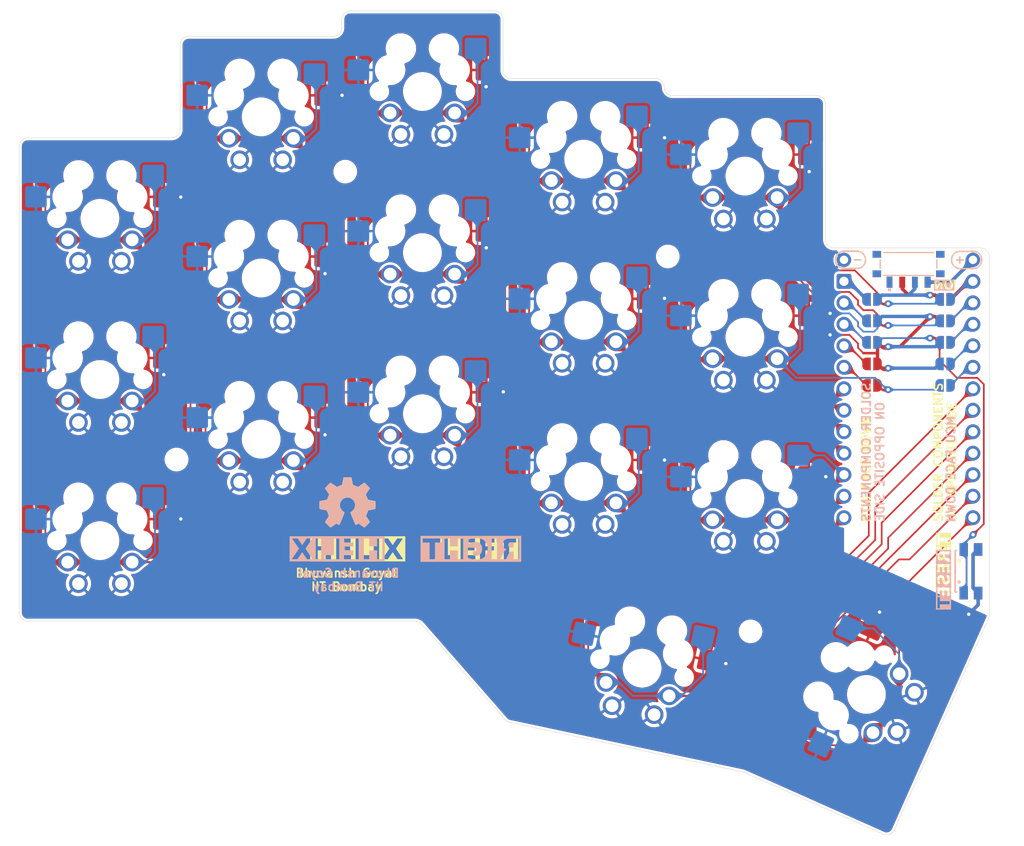
<source format=kicad_pcb>
(kicad_pcb (version 20241229) (generator "pcbnew") (generator_version "9.0")
  (layers (0 "F.Cu" signal) (2 "B.Cu" signal) (13 "F.Paste" user) (15 "B.Paste" user) (5 "F.SilkS" user "F.Silkscreen") (7 "B.SilkS" user "B.Silkscreen") (1 "F.Mask" user) (3 "B.Mask" user) (25 "Edge.Cuts" user))
  (net 0 "")
  (net 1 "SW1")
  (net 2 "GND")
  (net 3 "SW2")
  (net 4 "SW3")
  (net 5 "SW4")
  (net 6 "SW5")
  (net 7 "SW6")
  (net 8 "SW7")
  (net 9 "SW8")
  (net 10 "SW9")
  (net 11 "SW10")
  (net 12 "SW11")
  (net 13 "SW12")
  (net 14 "SW13")
  (net 15 "SW14")
  (net 16 "SW15")
  (net 17 "SW16")
  (net 18 "SW17")
  (net 19 "B+")
  (net 20 "RST")
  (net 21 "1")
  (net 22 "24")
  (net 23 "Net-(SW18-Pad3)")
  (net 26 "23")
  (net 27 "2")
  (net 28 "3")
  (net 29 "22")
  (net 30 "4")
  (net 32 "21")
  (net 33 "5")
  (net 35 "20")
  (footprint "footprints:MX_Reversible_Optional_1u" (layer "F.Cu") (at 38.1 90.805)
    (property "Reference" "SW11")
    (property "Value" "SW_Push_45deg")
  )
  (footprint "footprints:Test_Point" (layer "F.Cu") (at 141.24375 57.6125)
    (property "Reference" "TP2")
    (property "Value" "TestPoint_Small")
  )
  (footprint "footprints:Solder_Jumper" (layer "F.Cu") (at 129.31775 67.3735 180)
    (property "Reference" "JP9")
    (property "Value" "SolderJumper_2_Open")
  )
  (footprint "footprints:Solder_Jumper" (layer "F.Cu") (at 137.95375 67.3735)
    (property "Reference" "JP11")
    (property "Value" "SolderJumper_2_Open")
  )
  (footprint "footprints:Solder_Jumper" (layer "F.Cu") (at 137.95375 64.8335)
    (property "Reference" "JP5")
    (property "Value" "SolderJumper_2_Open")
  )
  (footprint "footprints:4363X10458XX" (layer "F.Cu") (at 141.00175 94.4245 90)
    (property "Reference" "S2")
    (property "Value" "436331045822")
  )
  (footprint "footprints:MX_Reversible_Optional_1u" (layer "F.Cu") (at 38.1 71.755)
    (property "Reference" "SW6")
    (property "Value" "SW_Push_45deg")
  )
  (footprint "footprints:Solder_Jumper" (layer "F.Cu") (at 137.95375 62.2935)
    (property "Reference" "JP3")
    (property "Value" "SolderJumper_2_Open")
  )
  (footprint "footprints:MX_Reversible_Optional_1u" (layer "F.Cu") (at 114.3 47.705)
    (property "Reference" "SW5")
    (property "Value" "SW_Push_45deg")
  )
  (footprint "footprints:MX_Reversible_Optional_1u" (layer "F.Cu") (at 76.2 37.705)
    (property "Reference" "SW3")
    (property "Value" "SW_Push_45deg")
  )
  (footprint "MountingHole:MountingHole_2.2mm_M2" (layer "F.Cu") (at 105.18775 57.2135)
    (property "Reference" "H3")
    (property "Value" "MountingHole")
  )
  (footprint "footprints:MX_Reversible_Optional_1u" (layer "F.Cu") (at 38.1 52.705)
    (property "Reference" "SW1")
    (property "Value" "SW_Push_45deg")
  )
  (footprint "footprints:Solder_Jumper" (layer "F.Cu") (at 129.31775 69.9135 180)
    (property "Reference" "JP13")
    (property "Value" "SolderJumper_2_Open")
  )
  (footprint "footprints:Nice_Nano_V2" (layer "F.Cu") (at 133.62375 73.8425)
    (property "Reference" "U1" (hide yes))
    (property "Value" "Nice_Nano_V2" (hide yes))
  )
  (footprint "Symbol:OSHW-Symbol_6.7x6mm_SilkScreen" (layer "F.Cu") (at 67.34175 86.2965)
    (property "Reference" "REF**" (hide yes))
    (property "Value" "OSHW-Symbol_6.7x6mm_SilkScreen" (hide yes))
  )
  (footprint "footprints:Solder_Jumper" (layer "F.Cu") (at 129.31775 64.8335 180)
    (property "Reference" "JP7")
    (property "Value" "SolderJumper_2_Open")
  )
  (footprint "footprints:MX_Reversible_Optional_1u" (layer "F.Cu") (at 114.3 66.755)
    (property "Reference" "SW10")
    (property "Value" "SW_Push_45deg")
  )
  (footprint "MountingHole:MountingHole_2.2mm_M2" (layer "F.Cu") (at 67.08775 47.1805)
    (property "Reference" "H2")
    (property "Value" "MountingHole")
  )
  (footprint "footprints:MX_Reversible_Optional_1.5u" (layer "F.Cu") (at 102.149749 105.87975 -12)
    (property "Reference" "SW16")
    (property "Value" "SW_Push_45deg")
  )
  (footprint "footprints:MX_Reversible_Optional_1u" (layer "F.Cu") (at 57.15 78.805)
    (property "Reference" "SW12")
    (property "Value" "SW_Push_45deg")
  )
  (footprint "MountingHole:MountingHole_2.2mm_M2" (layer "F.Cu") (at 114.96675 101.5365)
    (property "Reference" "H4")
    (property "Value" "MountingHole")
  )
  (footprint "footprints:MX_Reversible_Optional_1u" (layer "F.Cu") (at 76.2 75.805)
    (property "Reference" "SW13")
    (property "Value" "SW_Push_45deg")
  )
  (footprint "footprints:SW_MLL1200S" (layer "F.Cu") (at 133.63575 58.1025 180)
    (property "Reference" "SW19")
    (property "Value" "MLL1200S")
  )
  (footprint "footprints:MX_Reversible_Optional_1u" (layer "F.Cu") (at 95.25 64.755)
    (property "Reference" "SW9")
    (property "Value" "SW_Push_45deg")
  )
  (footprint "footprints:MX_Reversible_Optional_1u" (layer "F.Cu") (at 95.25 45.705)
    (property "Reference" "SW4")
    (property "Value" "SW_Push_45deg")
  )
  (footprint "footprints:Test_Point" (layer "F.Cu") (at 126.00375 57.6125)
    (property "Reference" "TP1")
    (property "Value" "TestPoint_Small")
  )
  (footprint "footprints:Solder_Jumper" (layer "F.Cu") (at 129.31775 72.4535 180)
    (property "Reference" "JP17")
    (property "Value" "SolderJumper_2_Open")
  )
  (footprint "footprints:MX_Reversible_Optional_1u" (layer "F.Cu") (at 114.3 85.805)
    (property "Reference" "SW15")
    (property "Value" "SW_Push_45deg")
  )
  (footprint "footprints:MX_Reversible_Optional_1u" (layer "F.Cu") (at 76.2 56.755)
    (property "Reference" "SW8")
    (property "Value" "SW_Push_45deg")
  )
  (footprint "footprints:MX_Reversible_Optional_1u" (layer "F.Cu") (at 57.15 59.755)
    (property "Reference" "SW7")
    (property "Value" "SW_Push_45deg")
  )
  (footprint "footprints:MX_Reversible_Optional_1u" (layer "F.Cu") (at 95.25 83.805)
    (property "Reference" "SW14")
    (property "Value" "SW_Push_45deg")
  )
  (footprint "MountingHole:MountingHole_2.2mm_M2" (layer "F.Cu") (at 47.14875 81.2165)
    (property "Reference" "H1")
    (property "Value" "MountingHole")
  )
  (footprint "footprints:Solder_Jumper" (layer "F.Cu") (at 129.31775 62.2935 180)
    (property "Reference" "JP1")
    (property "Value" "SolderJumper_2_Open")
  )
  (footprint "footprints:MX_Reversible_Optional_1u" (layer "F.Cu") (at 57.15 40.705)
    (property "Reference" "SW2")
    (property "Value" "SW_Push_45deg")
  )
  (footprint "footprints:MX_Reversible_Optional_1.5u" (layer "F.Cu") (at 128.657444 108.989031 66)
    (property "Reference" "SW17")
    (property "Value" "SW_Push_45deg")
  )
  (footprint "footprints:SW_MLL1200S" (layer "B.Cu") (at 133.63575 58.1025)
    (property "Reference" "SW18")
    (property "Value" "MLL1200S")
  )
  (footprint "footprints:Solder_Jumper" (layer "B.Cu") (at 129.31775 64.8335 180)
    (property "Reference" "JP8")
    (property "Value" "SolderJumper_2_Open")
  )
  (footprint "footprints:Solder_Jumper" (layer "B.Cu") (at 137.95375 64.8335)
    (property "Reference" "JP6")
    (property "Value" "SolderJumper_2_Open")
  )
  (footprint "footprints:Solder_Jumper" (layer "B.Cu") (at 137.95375 72.4535)
    (property "Reference" "JP20")
    (property "Value" "SolderJumper_2_Open")
  )
  (footprint "footprints:Solder_Jumper" (layer "B.Cu") (at 129.31775 67.3735 180)
    (property "Reference" "JP10")
    (property "Value" "SolderJumper_2_Open")
  )
  (footprint "footprints:4363X10458XX" (layer "B.Cu") (at 141.00175 94.4245 -90)
    (property "Reference" "S1")
    (property "Value" "436331045822")
  )
  (footprint "footprints:Solder_Jumper" (layer "B.Cu") (at 129.31775 62.2935 180)
    (property "Reference" "JP2")
    (property "Value" "SolderJumper_2_Open")
  )
  (footprint "footprints:Solder_Jumper" (layer "B.Cu") (at 137.95375 67.3735)
    (property "Reference" "JP12")
    (property "Value" "SolderJumper_2_Open")
  )
  (footprint "footprints:Solder_Jumper" (layer "B.Cu") (at 137.95375 62.2935)
    (property "Reference" "JP4")
    (property "Value" "SolderJumper_2_Open")
  )
  (footprint "footprints:Solder_Jumper" (layer "B.Cu") (at 137.95375 69.9135)
    (property "Reference" "JP16")
    (property "Value" "SolderJumper_2_Open")
  )
  (footprint "Symbol:OSHW-Symbol_6.7x6mm_SilkScreen" (layer "B.Cu") (at 67.34175 86.2965 180)
    (property "Reference" "REF**" (hide yes))
    (property "Value" "OSHW-Symbol_6.7x6mm_SilkScreen" (hide yes))
  )
  (gr_arc (start 139.71568 58.64443) (mid 139.008573 58.351537) (end 138.71568 57.64443) (stroke (width 0.16)) (layer "F.SilkS"))
  (gr_arc (start 128.55575 57.6205) (mid 128.262854 58.327589) (end 127.55575 58.6205) (stroke (width 0.16)) (layer "F.SilkS"))
  (gr_arc (start 125.99975 58.6205) (mid 125.292643 58.327607) (end 124.99975 57.6205) (stroke (width 0.16)) (layer "F.SilkS"))
  (gr_line (start 141.27168 58.64443) (end 139.71568 58.64443) (stroke (width 0.16)) (layer "F.SilkS"))
  (gr_arc (start 127.55575 56.5885) (mid 128.262889 56.881376) (end 128.55575 57.5885) (stroke (width 0.16)) (layer "F.SilkS"))
  (gr_line (start 124.99975 57.6205) (end 124.99975 57.5885) (stroke (width 0.1)) (layer "F.SilkS"))
  (gr_line (start 138.71568 57.64443) (end 138.71568 57.61243) (stroke (width 0.1)) (layer "F.SilkS"))
  (gr_line (start 128.55575 57.5885) (end 128.55575 57.6205) (stroke (width 0.1)) (layer "F.SilkS"))
  (gr_line (start 142.27168 57.61243) (end 142.27168 57.64443) (stroke (width 0.1)) (layer "F.SilkS"))
  (gr_arc (start 124.99975 57.5885) (mid 125.292643 56.881393) (end 125.99975 56.5885) (stroke (width 0.16)) (layer "F.SilkS"))
  (gr_arc (start 141.27168 56.61243) (mid 141.978811 56.905299) (end 142.27168 57.61243) (stroke (width 0.16)) (layer "F.SilkS"))
  (gr_arc (start 138.71568 57.61243) (mid 139.008573 56.905323) (end 139.71568 56.61243) (stroke (width 0.16)) (layer "F.SilkS"))
  (gr_line (start 139.71568 56.61243) (end 141.27168 56.61243) (stroke (width 0.16)) (layer "F.SilkS"))
  (gr_line (start 127.55575 58.6205) (end 125.99975 58.6205) (stroke (width 0.16)) (layer "F.SilkS"))
  (gr_line (start 125.99975 56.5885) (end 127.55575 56.5885) (stroke (width 0.16)) (layer "F.SilkS"))
  (gr_arc (start 142.27168 57.64443) (mid 141.978777 58.351527) (end 141.27168 58.64443) (stroke (width 0.16)) (layer "F.SilkS"))
  (gr_line (start 142.271834 57.642584) (end 142.271834 57.610584) (stroke (width 0.1)) (layer "B.SilkS"))
  (gr_line (start 138.715834 57.610584) (end 138.715834 57.642584) (stroke (width 0.1)) (layer "B.SilkS"))
  (gr_arc (start 141.271834 56.610584) (mid 141.978931 56.903487) (end 142.271834 57.610584) (stroke (width 0.16)) (layer "B.SilkS"))
  (gr_line (start 124.99975 57.5945) (end 124.99975 57.6265) (stroke (width 0.1)) (layer "B.SilkS"))
  (gr_arc (start 139.715834 58.642584) (mid 139.008727 58.349691) (end 138.715834 57.642584) (stroke (width 0.16)) (layer "B.SilkS"))
  (gr_line (start 139.715834 58.642584) (end 141.271834 58.642584) (stroke (width 0.16)) (layer "B.SilkS"))
  (gr_arc (start 124.99975 57.5945) (mid 125.292643 56.887393) (end 125.99975 56.5945) (stroke (width 0.16)) (layer "B.SilkS"))
  (gr_arc (start 127.55575 56.5945) (mid 128.262847 56.887403) (end 128.55575 57.5945) (stroke (width 0.16)) (layer "B.SilkS"))
  (gr_arc (start 142.271834 57.642584) (mid 141.978965 58.349715) (end 141.271834 58.642584) (stroke (width 0.16)) (layer "B.SilkS"))
  (gr_arc (start 128.55575 57.6265) (mid 128.26288 58.33363) (end 127.55575 58.6265) (stroke (width 0.16)) (layer "B.SilkS"))
  (gr_arc (start 125.99975 58.6265) (mid 125.292643 58.333607) (end 124.99975 57.6265) (stroke (width 0.16)) (layer "B.SilkS"))
  (gr_line (start 141.271834 56.610584) (end 139.715834 56.610584) (stroke (width 0.16)) (layer "B.SilkS"))
  (gr_line (start 125.99975 58.6265) (end 127.55575 58.6265) (stroke (width 0.16)) (layer "B.SilkS"))
  (gr_line (start 128.55575 57.6265) (end 128.55575 57.5945) (stroke (width 0.1)) (layer "B.SilkS"))
  (gr_line (start 127.55575 56.5945) (end 125.99975 56.5945) (stroke (width 0.16)) (layer "B.SilkS"))
  (gr_arc (start 138.715834 57.610584) (mid 139.008727 56.903477) (end 139.715834 56.610584) (stroke (width 0.16)) (layer "B.SilkS"))
  (gr_arc (start 84.725 28.18) (mid 85.432107 28.472893) (end 85.725 29.18) (stroke (width 0.05)) (layer "Edge.Cuts"))
  (gr_line (start 47.575 42.18) (end 47.575 32.18) (stroke (width 0.05)) (layer "Edge.Cuts"))
  (gr_line (start 104.775 37.18) (end 104.775 37.195871) (stroke (width 0.05)) (layer "Edge.Cuts"))
  (gr_arc (start 103.775 36.18) (mid 104.482107 36.472893) (end 104.775 37.18) (stroke (width 0.05)) (layer "Edge.Cuts"))
  (gr_arc (start 114.041867 118.145293) (mid 114.142975 118.172378) (end 114.240692 118.209895) (stroke (width 0.05)) (layer "Edge.Cuts"))
  (gr_line (start 123.825 39.18088) (end 123.825 55.1975) (stroke (width 0.05)) (layer "Edge.Cuts"))
  (gr_arc (start 75.340078 100.33) (mid 75.753496 100.419449) (end 76.092939 100.67182) (stroke (width 0.05)) (layer "Edge.Cuts"))
  (gr_line (start 28.575 44.18) (end 28.575 99.33) (stroke (width 0.05)) (layer "Edge.Cuts"))
  (gr_line (start 48.575 31.18) (end 65.675 31.18) (stroke (width 0.05)) (layer "Edge.Cuts"))
  (gr_arc (start 47.575 32.18) (mid 47.867893 31.472893) (end 48.575 31.18) (stroke (width 0.05)) (layer "Edge.Cuts"))
  (gr_arc (start 47.575 42.18) (mid 47.282107 42.887107) (end 46.575 43.18) (stroke (width 0.05)) (layer "Edge.Cuts"))
  (gr_arc (start 66.675 30.18) (mid 66.382107 30.887107) (end 65.675 31.18) (stroke (width 0.05)) (layer "Edge.Cuts"))
  (gr_arc (start 142.170214 56.1975) (mid 142.877312 56.490398) (end 143.170214 57.1975) (stroke (width 0.05)) (layer "Edge.Cuts"))
  (gr_line (start 130.634169 125.508741) (end 114.240692 118.209895) (stroke (width 0.05)) (layer "Edge.Cuts"))
  (gr_line (start 143.170214 99.59836) (end 143.170214 57.1975) (stroke (width 0.05)) (layer "Edge.Cuts"))
  (gr_line (start 105.775879 38.195871) (end 122.824121 38.18088) (stroke (width 0.05)) (layer "Edge.Cuts"))
  (gr_arc (start 29.575 100.33) (mid 28.867893 100.037107) (end 28.575 99.33) (stroke (width 0.05)) (layer "Edge.Cuts"))
  (gr_arc (start 124.825 56.1975) (mid 124.117893 55.904607) (end 123.825 55.1975) (stroke (width 0.05)) (layer "Edge.Cuts"))
  (gr_line (start 29.575 100.33) (end 75.340078 100.33) (stroke (width 0.05)) (layer "Edge.Cuts"))
  (gr_arc (start 86.51986 112.295308) (mid 86.221446 112.179503) (end 85.974911 111.975341) (stroke (width 0.05)) (layer "Edge.Cuts"))
  (gr_arc (start 28.575 44.18) (mid 28.867893 43.472893) (end 29.575 43.18) (stroke (width 0.05)) (layer "Edge.Cuts"))
  (gr_line (start 143.08376 100.005097) (end 131.954452 125.001933) (stroke (width 0.05)) (layer "Edge.Cuts"))
  (gr_arc (start 86.725 36.18) (mid 86.017893 35.887107) (end 85.725 35.18) (stroke (width 0.05)) (layer "Edge.Cuts"))
  (gr_arc (start 66.675 29.18) (mid 66.967893 28.472893) (end 67.675 28.18) (stroke (width 0.05)) (layer "Edge.Cuts"))
  (gr_line (start 86.725 36.18) (end 103.775 36.18) (stroke (width 0.05)) (layer "Edge.Cuts"))
  (gr_line (start 114.041867 118.145293) (end 86.51986 112.295308) (stroke (width 0.05)) (layer "Edge.Cuts"))
  (gr_line (start 85.974911 111.975341) (end 76.092939 100.67182) (stroke (width 0.05)) (layer "Edge.Cuts"))
  (gr_arc (start 131.954452 125.001933) (mid 131.399274 125.528783) (end 130.634169 125.508741) (stroke (width 0.05)) (layer "Edge.Cuts"))
  (gr_line (start 85.725 29.18) (end 85.725 35.18) (stroke (width 0.05)) (layer "Edge.Cuts"))
  (gr_line (start 142.170214 56.1975) (end 124.825 56.1975) (stroke (width 0.05)) (layer "Edge.Cuts"))
  (gr_arc (start 105.775879 38.195871) (mid 105.068214 37.903287) (end 104.775 37.195871) (stroke (width 0.05)) (layer "Edge.Cuts"))
  (gr_arc (start 143.170214 99.59836) (mid 143.148362 99.806272) (end 143.08376 100.005097) (stroke (width 0.05)) (layer "Edge.Cuts"))
  (gr_line (start 67.675 28.18) (end 84.725 28.18) (stroke (width 0.05)) (layer "Edge.Cuts"))
  (gr_arc (start 122.824121 38.18088) (mid 123.531803 38.473461) (end 123.825 39.18088) (stroke (width 0.05)) (layer "Edge.Cuts"))
  (gr_line (start 66.675 30.18) (end 66.675 29.18) (stroke (width 0.05)) (layer "Edge.Cuts"))
  (gr_line (start 29.575 43.18) (end 46.575 43.18) (stroke (width 0.05)) (layer "Edge.Cuts"))
  (gr_text "Bhuvansh Goyal\nIIT Bombay" (at 67.21475 96.8375 0) (layer "F.SilkS") (effects (font (size 1 1) (thickness 0.2) (bold yes)) (justify bottom)))
  (gr_text "LEFT" (at 78.26375 93.4085 0) (layer "F.SilkS" knockout) (effects (font (size 2.4 2.4) (thickness 0.2) (bold yes)) (justify left bottom)))
  (gr_text "+" (at 138.96968 58.15243 0) (layer "F.SilkS") (effects (font (size 1 1) (thickness 0.16)) (justify left bottom)))
  (gr_text "RESET" (at 138.71575 96.9645 90) (layer "F.SilkS" knockout) (effects (font (size 1.4 1.4) (thickness 0.3) (bold yes)) (justify left bottom)))
  (gr_text "SOLDER COMPONENTS\nON OPPOSITE SIDE" (at 139.35075 88.7095 90) (layer "F.SilkS") (effects (font (size 1 1) (thickness 0.2)) (justify left bottom)))
  (gr_text "-" (at 126.90475 58.1125 0) (layer "F.SilkS") (effects (font (size 1 1) (thickness 0.16)) (justify left bottom)))
  (gr_text "MCU FACE DOWN" (at 129.19075 82.3595 90) (layer "F.SilkS") (effects (font (size 1 1) (thickness 0.2)) (justify bottom)))
  (gr_text "HELIX" (at 62.89675 93.4085 0) (layer "F.SilkS" knockout) (effects (font (size 2.4 2.4) (thickness 0.2) (bold yes)) (justify left bottom)))
  (gr_text "ON" (at 136.81075 61.2775 0) (layer "F.SilkS" knockout) (effects (font (size 1 1) (thickness 0.175) (bold yes)) (justify left bottom)))
  (gr_text "RIGHT" (at 87.91575 93.4085 0) (layer "B.SilkS" knockout) (effects (font (size 2.4 2.4) (thickness 0.2) (bold yes)) (justify left bottom mirror)))
  (gr_text "+" (at 138.969834 57.118584 180) (layer "B.SilkS") (effects (font (size 1 1) (thickness 0.16)) (justify left bottom mirror)))
  (gr_text "SOLDER COMPONENTS\nON OPPOSITE SIDE" (at 130.84175 88.7095 90) (layer "B.SilkS") (effects (font (size 1 1) (thickness 0.2)) (justify right bottom mirror)))
  (gr_text "RESET" (at 138.71575 91.8845 90) (layer "B.SilkS" knockout) (effects (font (size 1.4 1.4) (thickness 0.3) (bold yes)) (justify left bottom mirror)))
  (gr_text "MCU FACE DOWN" (at 139.22375 82.3595 90) (layer "B.SilkS") (effects (font (size 1 1) (thickness 0.2)) (justify bottom mirror)))
  (gr_text "ON" (at 138.96975 61.2775 0) (layer "B.SilkS" knockout) (effects (font (size 1 1) (thickness 0.175) (bold yes)) (justify left bottom mirror)))
  (gr_text "HELIX" (at 71.78675 93.4085 0) (layer "B.SilkS" knockout) (effects (font (size 2.4 2.4) (thickness 0.2) (bold yes)) (justify left bottom mirror)))
  (gr_text "-" (at 126.90475 57.1025 180) (layer "B.SilkS") (effects (font (size 1 1) (thickness 0.16)) (justify left bottom mirror)))
  (gr_text "Bhuvansh Goyal\nIIT Bombay" (at 67.46875 96.8375 0) (layer "B.SilkS") (effects (font (size 1 1) (thickness 0.2) (bold yes)) (justify bottom mirror)))
  (segment (start 34.289966 55.244958) (end 34.289977 55.244964) (width 0.2) (layer "F.Cu") (net 1))
  (segment (start 34.290019 55.244991) (end 34.290002 55.244985) (width 0.2) (layer "F.Cu") (net 1))
  (segment (start 34.290059 55.245) (end 34.290035 55.245004) (width 0.2) (layer "F.Cu") (net 1))
  (segment (start 130.460749 88.694248) (end 141.224 77.931) (width 0.2) (layer "F.Cu") (net 1))
  (segment (start 41.91 55.245) (end 34.290059 55.245) (width 0.2) (layer "F.Cu") (net 1))
  (segment (start 60.50026 96.091972) (end 125.60299 96.091984) (width 0.2) (layer "F.Cu") (net 1))
  (segment (start 31.654771 47.780259) (end 31.81 47.625) (width 0.2) (layer "F.Cu") (net 1))
  (segment (start 130.460705 91.234222) (end 125.60299 96.091984) (width 0.2) (layer "F.Cu") (net 1))
  (segment (start 34.289933 55.244936) (end 34.289954 55.244941) (width 0.2) (layer "F.Cu") (net 1))
  (segment (start 34.289986 55.244977) (end 34.290002 55.244985) (width 0.2) (layer "F.Cu") (net 1))
  (segment (start 32.734383 55.244947) (end 31.654763 54.165303) (width 0.2) (layer "F.Cu") (net 1))
  (segment (start 34.28988 55.244944) (end 34.289907 55.244947) (width 0.2) (layer "F.Cu") (net 1))
  (segment (start 34.28988 55.244944) (end 32.734383 55.244947) (width 0.2) (layer "F.Cu") (net 1))
  (segment (start 34.289966 55.244958) (end 34.289954 55.244941) (width 0.2) (layer "F.Cu") (net 1))
  (segment (start 48.799737 62.134754) (end 48.799752 84.391499) (width 0.2) (layer "F.Cu") (net 1))
  (segment (start 41.91 55.245) (end 48.799737 62.134754) (width 0.2) (layer "F.Cu") (net 1))
  (segment (start 34.290019 55.244991) (end 34.290035 55.245004) (width 0.2) (layer "F.Cu") (net 1))
  (segment (start 31.654763 54.165303) (end 31.654771 47.780259) (width 0.2) (layer "F.Cu") (net 1))
  (segment (start 60.50026 96.091972) (end 48.799752 84.391499) (width 0.2) (layer "F.Cu") (net 1))
  (segment (start 34.289933 55.244936) (end 34.289907 55.244947) (width 0.2) (layer "F.Cu") (net 1))
  (segment (start 34.289986 55.244977) (end 34.289977 55.244964) (width 0.2) (layer "F.Cu") (net 1))
  (segment (start 130.460705 91.234222) (end 130.460749 88.694248) (width 0.2) (layer "F.Cu") (net 1))
  (segment (start 44.608728 47.843759) (end 44.39 47.625) (width 0.2) (layer "B.Cu") (net 1))
  (segment (start 43.465654 55.245064) (end 44.608778 54.101965) (width 0.2) (layer "B.Cu") (net 1))
  (segment (start 44.608728 47.843759) (end 44.608778 54.101965) (width 0.2) (layer "B.Cu") (net 1))
  (segment (start 43.465654 55.245064) (end 41.91 55.245) (width 0.2) (layer "B.Cu") (net 1))
  (segment (start 137.30375 64.8335) (end 136.79575 64.3255) (width 0.4) (layer "F.Cu") (net 2))
  (segment (start 141.25575 92.4455) (end 141.25575 96.4035) (width 0.4) (layer "F.Cu") (net 2))
  (segment (start 127.666752 68.008499) (end 128.30176 68.643472) (width 0.2) (layer "F.Cu") (net 2))
  (segment (start 141.25575 96.4035) (end 141.85175 96.9995) (width 0.4) (layer "F.Cu") (net 2))
  (segment (start 141.85175 96.9995) (end 141.85175 98.4005) (width 0.4) (layer "F.Cu") (net 2))
  (segment (start 132.61975 67.8815) (end 131.22275 67.8815) (width 0.4) (layer "F.Cu") (net 2))
  (segment (start 141.85175 98.4005) (end 140.74775 99.5045) (width 0.4) (layer "F.Cu") (net 2))
  (segment (start 129.96775 67.3735) (end 130.47575 67.8815) (width 0.4) (layer "F.Cu") (net 2))
  (segment (start 141.85175 91.8495) (end 141.25575 92.4455) (width 0.4) (layer "F.Cu") (net 2))
  (segment (start 130.47575 67.8815) (end 131.22275 67.8815) (width 0.4) (layer "F.Cu") (net 2))
  (segment (start 129.96775 67.3735) (end 129.96775 68.6435) (width 0.4) (layer "F.Cu") (net 2))
  (segment (start 136.79575 64.3255) (end 136.17575 64.3255) (width 0.4) (layer "F.Cu") (net 2))
  (segment (start 124.36475 66.484527) (end 126.650738 66.484527) (width 0.2) (layer "F.Cu") (net 2))
  (segment (start 128.30176 68.643472) (end 129.967722 68.643472) (width 0.3) (layer "F.Cu") (net 2))
  (segment (start 130.47575 70.4215) (end 131.22275 70.4215) (width 0.4) (layer "F.Cu") (net 2))
  (segment (start 127.666751 67.500498) (end 127.666752 68.008499) (width 0.2) (layer "F.Cu") (net 2))
  (segment (start 136.17575 64.3255) (end 132.61975 67.8815) (width 0.4) (layer "F.Cu") (net 2))
  (segment (start 129.96775 68.6435) (end 129.96775 69.9135) (width 0.4) (layer "F.Cu") (net 2))
  (segment (start 126.650738 66.484527) (end 127.666751 67.500498) (width 0.2) (layer "F.Cu") (net 2))
  (segment (start 129.96775 69.9135) (end 130.47575 70.4215) (width 0.4) (layer "F.Cu") (net 2))
  (via (at 124.36475 63.9445) (size 0.8) (drill 0.4) (layers "F.Cu" "B.Cu") (net 2))
  (via (at 83.7438 56.1975) (size 0.8) (drill 0.4) (layers "F.Cu" "B.Cu") (net 2))
  (via (at 85.75675 73.2155) (size 0.8) (drill 0.4) (layers "F.Cu" "B.Cu") (net 2))
  (via (at 123.85675 83.2485) (size 0.8) (drill 0.4) (layers "F.Cu" "B.Cu") (net 2))
  (via (at 121.8946 47.1805) (size 0.8) (drill 0.4) (layers "F.Cu" "B.Cu") (net 2))
  (via (at 131.22275 70.4215) (size 0.8) (drill 0.4) (layers "F.Cu" "B.Cu") (net 2))
  (via (at 64.6938 59.2455) (size 0.8) (drill 0.4) (layers "F.Cu" "B.Cu") (net 2))
  (via (at 83.72475 37.1475) (size 0.8) (drill 0.4) (layers "F.Cu" "B.Cu") (net 2))
  (via (at 140.74775 99.5045) (size 0.8) (drill 0.4) (layers "F.Cu" "B.Cu") (net 2))
  (via (at 136.17575 64.3255) (size 0.8) (drill 0.4) (layers "F.Cu" "B.Cu") (net 2))
  (via (at 47.65675 88.2396) (size 0.8) (drill 0.4) (layers "F.Cu" "B.Cu") (net 2))
  (via (at 66.70675 38.1635) (size 0.8) (drill 0.4) (layers "F.Cu" "B.Cu") (net 2))
  (via (at 130.20675 99.2505) (size 0.8) (drill 0.4) (layers "F.Cu" "B.Cu") (net 2))
  (via (at 124.36475 66.484527) (size 0.8) (drill 0.4) (layers "F.Cu" "B.Cu") (net 2))
  (via (at 45.6438 71.1835) (size 0.8) (drill 0.4) (layers "F.Cu" "B.Cu") (net 2))
  (via (at 47.65675 50.1904) (size 0.8) (drill 0.4) (layers "F.Cu" "B.Cu") (net 2))
  (via (at 131.22275 67.8815) (size 0.8) (drill 0.4) (layers "F.Cu" "B.Cu") (net 2))
  (via (at 112.04575 105.3465) (size 0.8) (drill 0.4) (layers "F.Cu" "B.Cu") (net 2))
  (via (at 104.80675 62.1665) (size 0.8) (drill 0.4) (layers "F.Cu" "B.Cu") (net 2))
  (via (at 104.80675 43.18) (size 0.8) (drill 0.4) (layers "F.Cu" "B.Cu") (net 2))
  (via (at 104.80675 81.28) (size 0.8) (drill 0.4) (layers "F.Cu" "B.Cu") (net 2))
  (via (at 64.6938 78.2955) (size 0.8) (drill 0.4) (layers "F.Cu" "B.Cu") (net 2))
  (segment (start 141.25575 96.4035) (end 141.85175 96.9995) (width 0.4) (layer "B.Cu") (net 2))
  (segment (start 141.85175 98.4005) (end 140.74775 99.5045) (width 0.4) (layer "B.Cu") (net 2))
  (segment (start 141.25575 92.4455) (end 141.25575 96.4035) (width 0.4) (layer "B.Cu") (net 2))
  (segment (start 127.666751 64.960498) (end 127.666752 65.468499) (width 0.2) (layer "B.Cu") (net 2))
  (segment (start 127.666752 65.468499) (end 128.30176 66.103472) (width 0.2) (layer "B.Cu") (net 2))
  (segment (start 137.30375 69.9135) (end 136.79575 70.4215) (width 0.4) (layer "B.Cu") (net 2))
  (segment (start 141.85175 96.9995) (end 141.85175 98.4005) (width 0.4) (layer "B.Cu") (net 2))
  (segment (start 136.79575 70.4215) (end 131.22275 70.4215) (width 0.4) (layer "B.Cu") (net 2))
  (segment (start 129.967748 65.707499) (end 129.967747 64.833499) (width 0.2) (layer "B.Cu") (net 2))
  (segment (start 128.30176 66.103472) (end 129.571738 66.103472) (width 0.2) (layer "B.Cu") (net 2))
  (segment (start 141.85175 91.8495) (end 141.25575 92.4455) (width 0.4) (layer "B.Cu") (net 2))
  (segment (start 136.150179 64.299929) (end 136.17575 64.3255) (width 0.4) (layer "B.Cu") (net 2))
  (segment (start 136.79575 67.8815) (end 137.30375 67.3735) (width 0.4) (layer "B.Cu") (net 2))
  (segment (start 129.571738 66.103472) (end 129.967748 65.707499) (width 0.2) (layer "B.Cu") (net 2))
  (segment (start 124.364777 63.944527) (end 126.650738 63.944527) (width 0.2) (layer "B.Cu") (net 2))
  (segment (start 130.501321 64.299929) (end 136.150179 64.299929) (width 0.4) (layer "B.Cu") (net 2))
  (segment (start 131.22275 67.8815) (end 136.79575 67.8815) (width 0.4) (layer "B.Cu") (net 2))
  (segment (start 124.36475 63.9445) (end 124.364777 63.944527) (width 0.2) (layer "B.Cu") (net 2))
  (segment (start 126.650738 63.944527) (end 127.666751 64.960498) (width 0.2) (layer "B.Cu") (net 2))
  (segment (start 130.501321 64.299929) (end 129.96775 64.8335) (width 0.4) (layer "B.Cu") (net 2))
  (segment (start 51.784363 43.245) (end 51.784364 43.245) (width 0.2) (layer "F.Cu") (net 3))
  (segment (start 72.262985 64.469023) (end 66.929004 59.134989) (width 0.2) (layer "F.Cu") (net 3))
  (segment (start 51.784363 43.245) (end 51.784364 43.245) (width 0.2) (layer "F.Cu") (net 3))
  (segment (start 50.704747 42.165389) (end 51.784356 43.244995) (width 0.2) (layer "F.Cu") (net 3))
  (segment (start 51.784363 43.245001) (end 51.784364 43.245) (width 0.2) (layer "F.Cu") (net 3))
  (segment (start 51.784363 43.245001) (end 51.784364 43.245) (width 0.2) (layer "F.Cu") (net 3))
  (segment (start 51.784363 43.245001) (end 51.784356 43.244999) (width 0.2) (layer "F.Cu") (net 3))
  (segment (start 51.784363 43.245001) (end 51.784357 43.244999) (width 0.2) (layer "F.Cu") (net 3))
  (segment (start 66.929004 59.134989) (end 66.929026 49.387873) (width 0.2) (layer "F.Cu") (net 3))
  (segment (start 50.704747 42.165389) (end 50.704771 35.780259) (width 0.2) (layer "F.Cu") (net 3))
  (segment (start 51.784366 43.245) (end 51.784364 43.245) (width 0.2) (layer "F.Cu") (net 3))
  (segment (start 51.784363 43.245001) (end 51.784364 43.245) (width 0.2) (layer "F.Cu") (net 3))
  (segment (start 51.784363 43.245001) (end 51.784364 43.245) (width 0.2) (layer "F.Cu") (net 3))
  (segment (start 51.784363 43.245001) (end 51.784364 43.245) (width 0.2) (layer "F.Cu") (net 3))
  (segment (start 51.784358 43.244997) (end 51.784363 43.244999) (width 0.2) (layer "F.Cu") (net 3))
  (segment (start 51.784364 43.245001) (end 51.784357 43.244999) (width 0.2) (layer "F.Cu") (net 3))
  (segment (start 51.784363 43.245001) (end 51.784364 43.245001) (width 0.2) (layer "F.Cu") (net 3))
  (segment (start 50.704771 35.780259) (end 50.86 35.625) (width 0.2) (layer "F.Cu") (net 3))
  (segment (start 82.105491 64.469007) (end 94.043486 76.407027) (width 0.2) (layer "F.Cu") (net 3))
  (segment (start 51.784362 43.244999) (end 53.34 43.245) (width 0.2) (layer "F.Cu") (net 3))
  (segment (start 60.960037 43.244962) (end 60.960016 43.418868) (width 0.2) (layer "F.Cu") (net 3))
  (segment (start 51.784363 43.245) (end 51.784363 43.245001) (width 0.2) (layer "F.Cu") (net 3))
  (segment (start 51.784366 43.245) (end 51.784364 43.245001) (width 0.2) (layer "F.Cu") (net 3))
  (segment (start 51.784357 43.244996) (end 51.784363 43.244999) (width 0.2) (layer "F.Cu") (net 3))
  (segment (start 72.262985 64.469023) (end 82.105491 64.469007) (width 0.2) (layer "F.Cu") (net 3))
  (segment (start 51.784363 43.245) (end 51.784364 43.245) (width 0.2) (layer "F.Cu") (net 3))
  (segment (start 51.784363 43.244998) (end 51.784364 43.245001) (width 0.2) (layer "F.Cu") (net 3))
  (segment (start 60.960037 43.244962) (end 53.34 43.245) (width 0.2) (layer "F.Cu") (net 3))
  (segment (start 51.784363 43.245) (end 51.784364 43.245) (width 0.2) (layer "F.Cu") (net 3))
  (segment (start 51.784363 43.245001) (end 51.784364 43.245) (width 0.2) (layer "F.Cu") (net 3))
  (segment (start 51.784356 43.244995) (end 51.784363 43.244998) (width 0.2) (layer "F.Cu") (net 3))
  (segment (start 121.919982 76.407018) (end 94.043486 76.407027) (width 0.2) (layer "F.Cu") (net 3))
  (segment (start 51.784363 43.245001) (end 51.784364 43.245) (width 0.2) (layer "F.Cu") (net 3))
  (segment (start 121.919982 76.407018) (end 125.984 80.471) (width 0.2) (layer "F.Cu") (net 3))
  (segment (start 51.784358 43.244997) (end 51.784358 43.244999) (width 0.2) (layer "F.Cu") (net 3))
  (segment (start 51.784366 43.245) (end 51.784358 43.244999) (width 0.2) (layer "F.Cu") (net 3))
  (segment (start 60.960016 43.418868) (end 66.929026 49.387873) (width 0.2) (layer "F.Cu") (net 3))
  (segment (start 51.784363 43.245001) (end 51.784364 43.245001) (width 0.2) (layer "F.Cu") (net 3))
  (segment (start 51.784364 43.245) (end 51.784356 43.244999) (width 0.2) (layer "F.Cu") (net 3))
  (segment (start 63.658735 35.843756) (end 63.44 35.625) (width 0.2) (layer "B.Cu") (net 3))
  (segment (start 63.658767 42.10196) (end 63.658735 35.843756) (width 0.2) (layer "B.Cu") (net 3))
  (segment (start 62.515654 43.245064) (end 60.96 43.245) (width 0.2) (layer "B.Cu") (net 3))
  (segment (start 63.658767 42.10196) (end 62.515654 43.245064) (width 0.2) (layer "B.Cu") (net 3))
  (segment (start 70.83436 40.245006) (end 72.389936 40.245027) (width 0.2) (layer "F.Cu") (net 4))
  (segment (start 72.389983 40.245028) (end 72.389991 40.245017) (width 0.2) (layer "F.Cu") (net 4))
  (segment (start 72.389936 40.245027) (end 72.389967 40.245028) (width 0.2) (layer "F.Cu") (net 4))
  (segment (start 72.390002 40.245029) (end 72.389991 40.245018) (width 0.2) (layer "F.Cu") (net 4))
  (segment (start 72.389983 40.245028) (end 72.389967 40.245028) (width 0.2) (layer "F.Cu") (net 4))
  (segment (start 94.633664 74.883039) (end 85.979028 66.228291) (width 0.2) (layer "F.Cu") (net 4))
  (segment (start 72.390019 40.245022) (end 72.390011 40.245028) (width 0.2) (layer "F.Cu") (net 4))
  (segment (start 94.633664 74.883039) (end 125.476004 74.882983) (width 0.2) (layer "F.Cu") (net 4))
  (segment (start 85.979025 46.213984) (end 80.01 40.245) (width 0.2) (layer "F.Cu") (net 4))
  (segment (start 85.979028 66.228291) (end 85.979025 46.213984) (width 0.2) (layer "F.Cu") (net 4))
  (segment (start 125.476004 74.882983) (end 125.984 75.391) (width 0.2) (layer "F.Cu") (net 4))
  (segment (start 72.390041 40.245) (end 80.01 40.245) (width 0.2) (layer "F.Cu") (net 4))
  (segment (start 69.754771 32.780259) (end 69.91 32.625) (width 0.2) (layer "F.Cu") (net 4))
  (segment (start 69.754775 39.165415) (end 69.754771 32.780259) (width 0.2) (layer "F.Cu") (net 4))
  (segment (start 72.390002 40.245029) (end 72.390011 40.245028) (width 0.2) (layer "F.Cu") (net 4))
  (segment (start 69.754775 39.165415) (end 70.83436 40.245006) (width 0.2) (layer "F.Cu") (net 4))
  (segment (start 72.389991 40.245018) (end 72.389991 40.245017) (width 0.2) (layer "F.Cu") (net 4))
  (segment (start 72.390041 40.245) (end 72.390041 40.245018) (width 0.2) (layer "F.Cu") (net 4))
  (segment (start 72.390019 40.245022) (end 72.390041 40.245018) (width 0.2) (layer "F.Cu") (net 4))
  (segment (start 82.708741 39.101912) (end 82.708735 32.843756) (width 0.2) (layer "B.Cu") (net 4))
  (segment (start 82.708741 39.101912) (end 81.653918 40.156726) (width 0.2) (layer "B.Cu") (net 4))
  (segment (start 80.098277 40.156732) (end 80.01 40.245) (width 0.2) (layer "B.Cu") (net 4))
  (segment (start 82.708735 32.843756) (end 82.49 32.625) (width 0.2) (layer "B.Cu") (net 4))
  (segment (start 80.098277 40.156732) (end 81.653918 40.156726) (width 0.2) (layer "B.Cu") (net 4))
  (segment (start 89.88436 48.245006) (end 91.439936 48.245027) (width 0.2) (layer "F.Cu") (net 5))
  (segment (start 88.804775 47.165415) (end 88.804771 40.780259) (width 0.2) (layer "F.Cu") (net 5))
  (segment (start 88.804771 40.780259) (end 88.96 40.625) (width 0.2) (layer "F.Cu") (net 5))
  (segment (start 131.222739 65.36706) (end 130.501324 65.36706) (width 0.2) (layer "F.Cu") (net 5))
  (segment (start 128.30176 63.563472) (end 127.666752 62.928499) (width 0.2) (layer "F.Cu") (net 5))
  (segment (start 91.440019 48.245022) (end 91.440041 48.245018) (width 0.2) (layer "F.Cu") (net 5))
  (segment (start 129.967751 64.078498) (end 129.452738 63.563527) (width 0.2) (layer "F.Cu") (net 5))
  (segment (start 91.440002 48.245029) (end 91.440011 48.245028) (width 0.2) (layer "F.Cu") (net 5))
  (segment (start 99.06 48.245) (end 91.440041 48.245) (width 0.2) (layer "F.Cu") (net 5))
  (segment (start 91.439991 48.245018) (end 91.439989 48.245016) (width 0.2) (layer "F.Cu") (net 5))
  (segment (start 88.804775 47.165415) (end 89.88436 48.245006) (width 0.2) (layer "F.Cu") (net 5))
  (segment (start 91.439936 48.245027) (end 91.439975 48.245028) (width 0.2) (layer "F.Cu") (net 5))
  (segment (start 91.440019 48.245022) (end 91.440011 48.245028) (width 0.2) (layer "F.Cu") (net 5))
  (segment (start 107.647504 56.832487) (end 99.06 48.245) (width 0.2) (layer "F.Cu") (net 5))
  (segment (start 122.20576 61.404472) (end 117.633738 56.832527) (width 0.2) (layer "F.Cu") (net 5))
  (segment (start 130.501324 65.36706) (end 129.967752 64.833499) (width 0.2) (layer "F.Cu") (net 5))
  (segment (start 91.439986 48.245014) (end 91.439989 48.245016) (width 0.2) (layer "F.Cu") (net 5))
  (segment (start 127.666752 62.928499) (end 127.666751 62.420498) (width 0.2) (layer "F.Cu") (net 5))
  (segment (start 117.633738 56.832527) (end 107.647504 56.832487) (width 0.2) (layer "F.Cu") (net 5))
  (segment (start 91.439975 48.245028) (end 91.439987 48.245014) (width 0.2) (layer "F.Cu") (net 5))
  (segment (start 131.22275 65.367071) (end 131.222739 65.36706) (width 0.2) (layer "F.Cu") (net 5))
  (segment (start 91.440007 48.245019) (end 91.440002 48.245029) (width 0.2) (layer "F.Cu") (net 5))
  (segment (start 91.440041 48.245) (end 91.440041 48.245018) (width 0.2) (layer "F.Cu") (net 5))
  (segment (start 126.650738 61.404527) (end 122.20576 61.404472) (width 0.2) (layer "F.Cu") (net 5))
  (segment (start 129.452738 63.563527) (end 128.30176 63.563472) (width 0.2) (layer "F.Cu") (net 5))
  (segment (start 127.666751 62.420498) (end 126.650738 61.404527) (width 0.2) (layer "F.Cu") (net 5))
  (segment (start 129.967752 64.833499) (end 129.967751 64.078498) (width 0.2) (layer "F.Cu") (net 5))
  (via (at 131.22275 65.367071) (size 0.8) (drill 0.4) (layers "F.Cu" "B.Cu") (net 5))
  (segment (start 99.060081 48.244939) (end 99.060101 48.244939) (width 0.2) (layer "B.Cu") (net 5))
  (segment (start 99.060046 48.244953) (end 99.060064 48.244945) (width 0.2) (layer "B.Cu") (net 5))
  (segment (start 99.060046 48.244953) (end 99.06 48.245) (width 0.2) (layer "B.Cu") (net 5))
  (segment (start 136.770174 65.36706) (end 137.30375 64.8335) (width 0.2) (layer "B.Cu") (net 5))
  (segment (start 131.222761 65.36706) (end 136.770174 65.36706) (width 0.2) (layer "B.Cu") (net 5))
  (segment (start 101.758735 40.843756) (end 101.54 40.625) (width 0.2) (layer "B.Cu") (net 5))
  (segment (start 131.22275 65.367071) (end 131.222761 65.36706) (width 0.2) (layer "B.Cu") (net 5))
  (segment (start 101.758755 47.101784) (end 101.758735 40.843756) (width 0.2) (layer "B.Cu") (net 5))
  (segment (start 100.615602 48.244939) (end 101.758755 47.101784) (width 0.2) (layer "B.Cu") (net 5))
  (segment (start 99.060081 48.244939) (end 99.060064 48.244945) (width 0.2) (layer "B.Cu") (net 5))
  (segment (start 99.060082 48.244942) (end 100.615602 48.244939) (width 0.2) (layer "B.Cu") (net 5))
  (segment (start 118.522737 52.641487) (end 118.522737 50.657754) (width 0.2) (layer "F.Cu") (net 6))
  (segment (start 131.22275 62.8015) (end 130.47576 62.801472) (width 0.2) (layer "F.Cu") (net 6))
  (segment (start 124.745777 58.864527) (end 118.522737 52.641487) (width 0.2) (layer "F.Cu") (net 6))
  (segment (start 118.522737 50.657754) (end 118.109994 50.245013) (width 0.2) (layer "F.Cu") (net 6))
  (segment (start 110.49 50.245) (end 108.934332 50.244976) (width 0.2) (layer "F.Cu") (net 6))
  (segment (start 107.854775 49.165415) (end 108.934332 50.244976) (width 0.2) (layer "F.Cu") (net 6))
  (segment (start 118.109994 50.245013) (end 110.49 50.245) (width 0.2) (layer "F.Cu") (net 6))
  (segment (start 129.967751 61.538498) (end 127.293738 58.864527) (width 0.2) (layer "F.Cu") (net 6))
  (segment (start 129.967752 62.293499) (end 129.967751 61.538498) (width 0.2) (layer "F.Cu") (net 6))
  (segment (start 130.47576 62.801472) (end 129.967752 62.293499) (width 0.2) (layer "F.Cu") (net 6))
  (segment (start 107.854771 42.780259) (end 108.01 42.625) (width 0.2) (layer "F.Cu") (net 6))
  (segment (start 107.854771 42.780259) (end 107.854775 49.165415) (width 0.2) (layer "F.Cu") (net 6))
  (segment (start 127.293738 58.864527) (end 124.745777 58.864527) (width 0.2) (layer "F.Cu") (net 6))
  (via (at 131.22275 62.8015) (size 0.8) (drill 0.4) (layers "F.Cu" "B.Cu") (net 6))
  (segment (start 120.61335 42.64835) (end 120.68175 42.71675) (width 0.2) (layer "B.Cu") (net 6))
  (segment (start 136.795738 62.801472) (end 137.30375 62.2935) (width 0.2) (layer "B.Cu") (net 6))
  (segment (start 131.22275 62.8015) (end 136.795738 62.801472) (width 0.2) (layer "B.Cu") (net 6))
  (segment (start 120.808756 42.843748) (end 120.808747 49.101902) (width 0.2) (layer "B.Cu") (net 6))
  (segment (start 120.61335 42.64835) (end 120.636699 42.6717) (width 0.2) (layer "B.Cu") (net 6))
  (segment (start 120.61335 42.64835) (end 120.61335 42.64835) (width 0.2) (layer "B.Cu") (net 6))
  (segment (start 120.808756 42.843748) (end 120.625024 42.660025) (width 0.2) (layer "B.Cu") (net 6))
  (segment (start 119.665631 50.244992) (end 120.808747 49.101902) (width 0.2) (layer "B.Cu") (net 6))
  (segment (start 119.665631 50.244992) (end 118.11 50.245) (width 0.2) (layer "B.Cu") (net 6))
  (segment (start 131.222756 90.472254) (end 131.222784 91.742259) (width 0.2) (layer "F.Cu") (net 7))
  (segment (start 131.222756 90.472254) (end 141.224 80.471001) (width 0.2) (layer "F.Cu") (net 7))
  (segment (start 31.654771 66.830259) (end 31.81 66.675) (width 0.2) (layer "F.Cu") (net 7))
  (segment (start 32.73436 74.294999) (end 31.654747 73.215389) (width 0.2) (layer "F.Cu") (net 7))
  (segment (start 126.110993 96.853991) (end 131.222784 91.742259) (width 0.2) (layer "F.Cu") (net 7))
  (segment (start 32.73436 74.294999) (end 34.29 74.295) (width 0.2) (layer "F.Cu") (net 7))
  (segment (start 60.119255 96.854004) (end 45.497752 82.232499) (width 0.2) (layer "F.Cu") (net 7))
  (segment (start 31.654747 73.215389) (end 31.654771 66.830259) (width 0.2) (layer "F.Cu") (net 7))
  (segment (start 45.497737 77.882754) (end 41.91 74.295) (width 0.2) (layer "F.Cu") (net 7))
  (segment (start 45.497737 77.882754) (end 45.497752 82.232499) (width 0.2) (layer "F.Cu") (net 7))
  (segment (start 41.91 74.295) (end 34.29 74.295) (width 0.2) (layer "F.Cu") (net 7))
  (segment (start 126.110993 96.853991) (end 60.119255 96.854004) (width 0.2) (layer "F.Cu") (net 7))
  (segment (start 44.608735 66.893756) (end 44.39 66.675) (width 0.2) (layer "B.Cu") (net 7))
  (segment (start 44.608735 66.893756) (end 44.608768 73.151959) (width 0.2) (layer "B.Cu") (net 7))
  (segment (start 43.465653 74.295064) (end 41.91 74.295) (width 0.2) (layer "B.Cu") (net 7))
  (segment (start 43.465653 74.295064) (end 44.608768 73.151959) (width 0.2) (layer "B.Cu") (net 7))
  (segment (start 53.340002 62.295029) (end 53.340011 62.295028) (width 0.2) (layer "F.Cu") (net 8))
  (segment (start 128.936755 85.138252) (end 141.224 72.851) (width 0.2) (layer "F.Cu") (net 8))
  (segment (start 53.339983 62.295028) (end 53.339967 62.295028) (width 0.2) (layer "F.Cu") (net 8))
  (segment (start 66.929025 68.263984) (end 60.96 62.295) (width 0.2) (layer "F.Cu") (net 8))
  (segment (start 50.704771 54.830259) (end 50.86 54.675) (width 0.2) (layer "F.Cu") (net 8))
  (segment (start 66.929006 86.185989) (end 66.929025 68.263984) (width 0.2) (layer "F.Cu") (net 8))
  (segment (start 53.340041 62.295) (end 53.340041 62.295018) (width 0.2) (layer "F.Cu") (net 8))
  (segment (start 53.339983 62.295028) (end 53.339991 62.295017) (width 0.2) (layer "F.Cu") (net 8))
  (segment (start 53.340019 62.295022) (end 53.340041 62.295018) (width 0.2) (layer "F.Cu") (net 8))
  (segment (start 53.339991 62.295018) (end 53.339991 62.295017) (width 0.2) (layer "F.Cu") (net 8))
  (segment (start 53.339936 62.295027) (end 53.339967 62.295028) (width 0.2) (layer "F.Cu") (net 8))
  (segment (start 50.704774 61.215414) (end 50.704771 54.830259) (width 0.2) (layer "F.Cu") (net 8))
  (segment (start 50.704774 61.215414) (end 51.784361 62.295005) (width 0.2) (layer "F.Cu") (net 8))
  (segment (start 128.936755 85.138252) (end 128.936704 90.218219) (width 0.2) (layer "F.Cu") (net 8))
  (segment (start 53.340019 62.295022) (end 53.340011 62.295028) (width 0.2) (layer "F.Cu") (net 8))
  (segment (start 53.339936 62.295027) (end 51.784361 62.295005) (width 0.2) (layer "F.Cu") (net 8))
  (segment (start 124.586988 94.567983) (end 75.310986 94.568023) (width 0.2) (layer "F.Cu") (net 8))
  (segment (start 53.340002 62.295029) (end 53.339991 62.295018) (width 0.2) (layer "F.Cu") (net 8))
  (segment (start 75.310986 94.568023) (end 66.929006 86.185989) (width 0.2) (layer "F.Cu") (net 8))
  (segment (start 53.340041 62.295) (end 60.96 62.295) (width 0.2) (layer "F.Cu") (net 8))
  (segment (start 124.586988 94.567983) (end 128.936704 90.218219) (width 0.2) (layer "F.Cu") (net 8))
  (segment (start 63.658735 54.893756) (end 63.658768 61.151959) (width 0.2) (layer "B.Cu") (net 8))
  (segment (start 63.658735 54.893756) (end 63.44 54.675) (width 0.2) (layer "B.Cu") (net 8))
  (segment (start 62.515653 62.295064) (end 60.96 62.295) (width 0.2) (layer "B.Cu") (net 8))
  (segment (start 63.658768 61.151959) (end 62.515653 62.295064) (width 0.2) (layer "B.Cu") (net 8))
  (segment (start 94.360984 75.645025) (end 123.697995 75.644986) (width 0.2) (layer "F.Cu") (net 9))
  (segment (start 72.390019 59.295022) (end 72.390011 59.295028) (width 0.2) (layer "F.Cu") (net 9))
  (segment (start 69.754771 51.830259) (end 69.91 51.675) (width 0.2) (layer "F.Cu") (net 9))
  (segment (start 80.009999 59.295) (end 82.45475 61.739751) (width 0.2) (layer "F.Cu") (net 9))
  (segment (start 69.754771 51.830259) (end 69.754775 58.215415) (width 0.2) (layer "F.Cu") (net 9))
  (segment (start 72.389991 59.295018) (end 72.389989 59.295016) (width 0.2) (layer "F.Cu") (net 9))
  (segment (start 72.389967 59.295028) (end 72.389986 59.295013) (width 0.2) (layer "F.Cu") (net 9))
  (segment (start 72.389986 59.295014) (end 72.389989 59.295016) (width 0.2) (layer "F.Cu") (net 9))
  (segment (start 123.697995 75.644986) (end 125.984 77.931) (width 0.2) (layer "F.Cu") (net 9))
  (segment (start 82.45475 61.739751) (end 82.45475 63.738791) (width 0.2) (layer "F.Cu") (net 9))
  (segment (start 72.390002 59.295029) (end 72.390011 59.295028) (width 0.2) (layer "F.Cu") (net 9))
  (segment (start 72.390006 59.295018) (end 72.390002 59.295029) (width 0.2) (layer "F.Cu") (net 9))
  (segment (start 72.389936 59.295027) (end 72.389967 59.295028) (width 0.2) (layer "F.Cu") (net 9))
  (segment (start 72.390041 59.295) (end 80.01 59.295) (width 0.2) (layer "F.Cu") (net 9))
  (segment (start 72.390041 59.295) (end 72.390041 59.295018) (width 0.2) (layer "F.Cu") (net 9))
  (segment (start 72.390019 59.295022) (end 72.390041 59.295018) (width 0.2) (layer "F.Cu") (net 9))
  (segment (start 69.754775 58.215415) (end 70.83436 59.295006) (width 0.2) (layer "F.Cu") (net 9))
  (segment (start 82.45475 63.738791) (end 94.360984 75.645025) (width 0.2) (layer "F.Cu") (net 9))
  (segment (start 70.83436 59.295006) (end 72.389936 59.295027) (width 0.2) (layer "F.Cu") (net 9))
  (segment (start 81.565647 59.295046) (end 82.708742 58.151912) (width 0.2) (layer "B.Cu") (net 9))
  (segment (start 82.708735 51.893756) (end 82.708742 58.151912) (width 0.2) (layer "B.Cu") (net 9))
  (segment (start 80.010013 59.295013) (end 80.01 59.295) (width 0.2) (layer "B.Cu") (net 9))
  (segment (start 80.010062 59.295061) (end 80.010088 59.29505) (width 0.2) (layer "B.Cu") (net 9))
  (segment (start 80.010013 59.295013) (end 80.010025 59.295029) (width 0.2) (layer "B.Cu") (net 9))
  (segment (start 81.565647 59.295046) (end 80.010115 59.295052) (width 0.2) (layer "B.Cu") (net 9))
  (segment (start 80.010062 59.295061) (end 80.010043 59.29506) (width 0.2) (layer "B.Cu") (net 9))
  (segment (start 80.010033 59.295047) (end 80.010025 59.295029) (width 0.2) (layer "B.Cu") (net 9))
  (segment (start 80.010033 59.295047) (end 80.010043 59.29506) (width 0.2) (layer "B.Cu") (net 9))
  (segment (start 82.708735 51.893756) (end 82.49 51.675) (width 0.2) (layer "B.Cu") (net 9))
  (segment (start 80.010115 59.295052) (end 80.010088 59.29505) (width 0.2) (layer "B.Cu") (net 9))
  (segment (start 91.439986 67.295014) (end 91.439989 67.295016) (width 0.2) (layer "F.Cu") (net 10))
  (segment (start 88.804775 66.215415) (end 88.804771 59.830259) (width 0.2) (layer "F.Cu") (net 10))
  (segment (start 91.439975 67.295028) (end 91.439987 67.295014) (width 0.2) (layer "F.Cu") (net 10))
  (segment (start 91.440041 67.295) (end 99.06 67.295) (width 0.2) (layer "F.Cu") (net 10))
  (segment (start 91.440007 67.295019) (end 91.440002 67.295029) (width 0.2) (layer "F.Cu") (net 10))
  (segment (start 88.804771 59.830259) (end 88.96 59.675) (width 0.2) (layer "F.Cu") (net 10))
  (segment (start 91.440002 67.295029) (end 91.440011 67.295028) (width 0.2) (layer "F.Cu") (net 10))
  (segment (start 105.885984 74.121025) (end 99.06 67.295) (width 0.2) (layer "F.Cu") (net 10))
  (segment (start 89.88436 67.295006) (end 88.804775 66.215415) (width 0.2) (layer "F.Cu") (net 10))
  (segment (start 91.439936 67.295027) (end 91.439975 67.295028) (width 0.2) (layer "F.Cu") (net 10))
  (segment (start 124.735239 74.120994) (end 105.885984 74.121025) (width 0.2) (layer "F.Cu") (net 10))
  (segment (start 91.439936 67.295027) (end 89.88436 67.295006) (width 0.2) (layer "F.Cu") (net 10))
  (segment (start 91.439991 67.295018) (end 91.439989 67.295016) (width 0.2) (layer "F.Cu") (net 10))
  (segment (start 91.440041 67.295) (end 91.440041 67.295018) (width 0.2) (layer "F.Cu") (net 10))
  (segment (start 91.440019 67.295022) (end 91.440041 67.295018) (width 0.2) (layer "F.Cu") (net 10))
  (segment (start 91.440019 67.295022) (end 91.440011 67.295028) (width 0.2) (layer "F.Cu") (net 10))
  (segment (start 124.735239 74.120994) (end 126.00375 72.8525) (width 0.2) (layer "F.Cu") (net 10))
  (segment (start 99.060017 67.29499) (end 99.060015 67.294994) (width 0.2) (layer "B.Cu") (net 10))
  (segment (start 99.060017 67.29499) (end 99.060012 67.294994) (width 0.2) (layer "B.Cu") (net 10))
  (segment (start 99.060016 67.294995) (end 99.060015 67.294994) (width 0.2) (layer "B.Cu") (net 10))
  (segment (start 99.060019 67.29499) (end 99.060019 67.294992) (width 0.2) (layer "B.Cu") (net 10))
  (segment (start 99.060021 67.29499) (end 99.060021 67.294991) (width 0.2) (layer "B.Cu") (net 10))
  (segment (start 99.060016 67.294995) (end 99.060019 67.294992) (width 0.2) (layer "B.Cu") (net 10))
  (segment (start 99.060013 67.294995) (end 99.060021 67.294991) (width 0.2) (layer "B.Cu") (net 10))
  (segment (start 99.060017 67.29499) (end 99.060019 67.29499) (width 0.2) (layer "B.Cu") (net 10))
  (segment (start 101.758733 66.061429) (end 100.525191 67.294994) (width 0.2) (layer "B.Cu") (net 10))
  (segment (start 99.060013 67.294995) (end 99.060012 67.294994) (width 0.2) (layer "B.Cu") (net 10))
  (segment (start 99.060017 67.294992) (end 100.525191 67.294994) (width 0.2) (layer "B.Cu") (net 10))
  (segment (start 101.758733 66.061429) (end 101.758735 59.893756) (width 0.2) (layer "B.Cu") (net 10))
  (segment (start 101.758735 59.893756) (end 101.54 59.675) (width 0.2) (layer "B.Cu") (net 10))
  (segment (start 99.060013 67.294995) (end 99.06 67.295) (width 0.2) (layer "B.Cu") (net 10))
  (segment (start 110.490019 69.295022) (end 110.490041 69.295018) (width 0.2) (layer "F.Cu") (net 11))
  (segment (start 110.489983 69.295028) (end 110.489991 69.295017) (width 0.2) (layer "F.Cu") (net 11))
  (segment (start 107.854771 61.830259) (end 108.01 61.675) (width 0.2) (layer "F.Cu") (net 11))
  (segment (start 110.489991 69.295018) (end 110.489991 69.295017) (width 0.2) (layer "F.Cu") (net 11))
  (segment (start 131.22275 72.9615) (end 131.09575 72.9615) (width 0.2) (layer "F.Cu") (net 11))
  (segment (start 131.095722 72.961472) (end 130.47576 72.961472) (width 0.2) (layer "F.Cu") (net 11))
  (segment (start 110.490041 69.295) (end 110.490041 69.295018) (width 0.2) (layer "F.Cu") (net 11))
  (segment (start 108.701331 69.062005) (end 108.934357 69.295016) (width 0.2) (layer "F.Cu") (net 11))
  (segment (start 108.701331 69.062005) (end 107.854773 68.215413) (width 0.2) (layer "F.Cu") (net 11))
  (segment (start 110.490019 69.295022) (end 110.490011 69.295028) (width 0.2) (layer "F.Cu") (net 11))
  (segment (start 108.934357 69.295016) (end 110.489936 69.295027) (width 0.2) (layer "F.Cu") (net 11))
  (segment (start 130.47576 72.961472) (end 129.96775 72.4535) (width 0.2) (layer "F.Cu") (net 11))
  (segment (start 110.490041 69.295) (end 118.11 69.295) (width 0.2) (layer "F.Cu") (net 11))
  (segment (start 110.489983 69.295028) (end 110.489967 69.295028) (width 0.2) (layer "F.Cu") (net 11))
  (segment (start 110.489936 69.295027) (end 110.489967 69.295028) (width 0.2) (layer "F.Cu") (net 11))
  (segment (start 110.490002 69.295029) (end 110.490011 69.295028) (width 0.2) (layer "F.Cu") (net 11))
  (segment (start 131.09575 72.9615) (end 131.095722 72.961472) (width 0.2) (layer "F.Cu") (net 11))
  (segment (start 107.854773 68.215413) (end 107.854771 61.830259) (width 0.2) (layer "F.Cu") (net 11))
  (segment (start 110.490002 69.295029) (end 110.489991 69.295018) (width 0.2) (layer "F.Cu") (net 11))
  (via (at 131.22275 72.9615) (size 0.8) (drill 0.4) (layers "F.Cu" "B.Cu") (net 11))
  (segment (start 120.379504 71.564487) (end 118.11 69.295) (width 0.2) (layer "B.Cu") (net 11))
  (segment (start 120.808754 68.151886) (end 119.665633 69.294996) (width 0.2) (layer "B.Cu") (net 11))
  (segment (start 129.698738 71.564527) (end 120.379504 71.564487) (width 0.2) (layer "B.Cu") (net 11))
  (segment (start 119.665633 69.294996) (end 118.11 69.295) (width 0.2) (layer "B.Cu") (net 11))
  (segment (start 131.22275 72.9615) (end 131.095711 72.9615) (width 0.2) (layer "B.Cu") (net 11))
  (segment (start 131.222778 72.961472) (end 136.795738 72.961472) (width 0.2) (layer "B.Cu") (net 11))
  (segment (start 131.095711 72.9615) (end 129.698738 71.564527) (width 0.2) (layer "B.Cu") (net 11))
  (segment (start 120.808754 68.151886) (end 120.808735 61.893756) (width 0.2) (layer "B.Cu") (net 11))
  (segment (start 136.795738 72.961472) (end 137.30375 72.4535) (width 0.2) (layer "B.Cu") (net 11))
  (segment (start 131.22275 72.9615) (end 131.222778 72.961472) (width 0.2) (layer "B.Cu") (net 11))
  (segment (start 120.808735 61.893756) (end 120.59 61.675) (width 0.2) (layer "B.Cu") (net 11))
  (segment (start 55.300241 93.345027) (end 59.571259 97.616004) (width 0.2) (layer "F.Cu") (net 12))
  (segment (start 126.618993 97.61599) (end 141.224 83.011) (width 0.2) (layer "F.Cu") (net 12))
  (segment (start 55.340238 93.345027) (end 41.91 93.345) (width 0.2) (layer "F.Cu") (net 12))
  (segment (start 31.654775 92.265415) (end 32.73436 93.345006) (width 0.2) (layer "F.Cu") (net 12))
  (segment (start 126.618993 97.61599) (end 59.611256 97.616004) (width 0.2) (layer "F.Cu") (net 12))
  (segment (start 34.290019 93.345022) (end 34.290011 93.345028) (width 0.2) (layer "F.Cu") (net 12))
  (segment (start 34.289983 93.345028) (end 34.289991 93.345017) (width 0.2) (layer "F.Cu") (net 12))
  (segment (start 34.289936 93.345027) (end 34.289967 93.345028) (width 0.2) (layer "F.Cu") (net 12))
  (segment (start 34.289991 93.345018) (end 34.289991 93.345017) (width 0.2) (layer "F.Cu") (net 12))
  (segment (start 32.73436 93.345006) (end 34.289936 93.345027) (width 0.2) (layer "F.Cu") (net 12))
  (segment (start 31.654775 92.265415) (end 31.654771 85.880259) (width 0.2) (layer "F.Cu") (net 12))
  (segment (start 34.290041 93.345) (end 34.290041 93.345018) (width 0.2) (layer "F.Cu") (net 12))
  (segment (start 34.290002 93.345029) (end 34.290011 93.345028) (width 0.2) (layer "F.Cu") (net 12))
  (segment (start 34.290041 93.345) (end 41.91 93.345) (width 0.2) (layer "F.Cu") (net 12))
  (segment (start 34.290019 93.345022) (end 34.290041 93.345018) (width 0.2) (layer "F.Cu") (net 12))
  (segment (start 34.290002 93.345029) (end 34.289991 93.345018) (width 0.2) (layer "F.Cu") (net 12))
  (segment (start 34.289983 93.345028) (end 34.289967 93.345028) (width 0.2) (layer "F.Cu") (net 12))
  (segment (start 31.654771 85.880259) (end 31.81 85.725) (width 0.2) (layer "F.Cu") (net 12))
  (segment (start 43.465654 93.345064) (end 41.91 93.345) (width 0.2) (layer "B.Cu") (net 12))
  (segment (start 44.608767 92.20196) (end 43.465654 93.345064) (width 0.2) (layer "B.Cu") (net 12))
  (segment (start 44.608767 92.20196) (end 44.608735 85.943756) (width 0.2) (layer "B.Cu") (net 12))
  (segment (start 44.608735 85.943756) (end 44.39 85.725) (width 0.2) (layer "B.Cu") (net 12))
  (segment (start 125.09499 95.329984) (end 129.698706 90.72622) (width 0.2) (layer "F.Cu") (net 13))
  (segment (start 60.96 81.345) (end 74.944984 95.330025) (width 0.2) (layer "F.Cu") (net 13))
  (segment (start 53.339966 81.345) (end 53.339967 81.345013) (width 0.2) (layer "F.Cu") (net 13))
  (segment (start 53.340033 81.345) (end 53.34 81.34499) (width 0.2) (layer "F.Cu") (net 13))
  (segment (start 50.57772 80.138464) (end 51.784276 81.344994) (width 0.2) (layer "F.Cu") (net 13))
  (segment (start 53.339976 81.345023) (end 53.34 81.34499) (width 0.2) (layer "F.Cu") (net 13))
  (segment (start 53.339966 81.345) (end 53.340033 81.345) (width 0.2) (layer "F.Cu") (net 13))
  (segment (start 129.69875 86.91625) (end 129.698706 90.72622) (width 0.2) (layer "F.Cu") (net 13))
  (segment (start 53.339966 81.345) (end 51.784276 81.344994) (width 0.2) (layer "F.Cu") (net 13))
  (segment (start 50.577772 74.007259) (end 50.57772 80.138464) (width 0.2) (layer "F.Cu") (net 13))
  (segment (start 125.09499 95.329984) (end 74.944984 95.330025) (width 0.2) (layer "F.Cu") (net 13))
  (segment (start 53.339976 81.345023) (end 53.339967 81.345013) (width 0.2) (layer "F.Cu") (net 13))
  (segment (start 50.577772 74.007259) (end 50.86 73.725) (width 0.2) (layer "F.Cu") (net 13))
  (segment (start 129.69875 86.91625) (end 141.224001 75.391) (width 0.2) (layer "F.Cu") (net 13))
  (segment (start 60.96 81.345) (end 53.340033 81.345) (width 0.2) (layer "F.Cu") (net 13))
  (segment (start 53.339976 81.345023) (end 53.339953 81.345047) (width 0.2) (layer "F.Cu") (net 13))
  (segment (start 63.658767 80.20196) (end 62.515654 81.345064) (width 0.2) (layer "B.Cu") (net 13))
  (segment (start 63.658735 73.943756) (end 63.44 73.725) (width 0.2) (layer "B.Cu") (net 13))
  (segment (start 63.658767 80.20196) (end 63.658735 73.943756) (width 0.2) (layer "B.Cu") (net 13))
  (segment (start 62.515654 81.345064) (end 60.96 81.345) (width 0.2) (layer "B.Cu") (net 13))
  (segment (start 120.268993 93.80599) (end 125.984 88.091001) (width 0.2) (layer "F.Cu") (net 14))
  (segment (start 69.754771 70.880259) (end 69.754775 77.265415) (width 0.2) (layer "F.Cu") (net 14))
  (segment (start 72.389986 78.345014) (end 72.389989 78.345016) (width 0.2) (layer "F.Cu") (net 14))
  (segment (start 72.389991 78.345018) (end 72.389989 78.345016) (width 0.2) (layer "F.Cu") (net 14))
  (segment (start 72.390002 78.345029) (end 72.390007 78.345019) (width 0.2) (layer "F.Cu") (net 14))
  (segment (start 72.389975 78.345028) (end 72.389987 78.345014) (width 0.2) (layer "F.Cu") (net 14))
  (segment (start 72.390041 78.345) (end 72.390041 78.345018) (width 0.2) (layer "F.Cu") (net 14))
  (segment (start 72.390019 78.345022) (end 72.390011 78.345028) (width 0.2) (layer "F.Cu") (net 14))
  (segment (start 72.389936 78.345027) (end 72.389975 78.345028) (width 0.2) (layer "F.Cu") (net 14))
  (segment (start 80.00999 79.200998) (end 80.009987 78.345004) (width 0.2) (layer "F.Cu") (net 14))
  (segment (start 72.390019 78.345022) (end 72.390041 78.345018) (width 0.2) (layer "F.Cu") (net 14))
  (segment (start 70.83436 78.345006) (end 69.754775 77.265415) (width 0.2) (layer "F.Cu") (net 14))
  (segment (start 72.389936 78.345027) (end 70.83436 78.345006) (width 0.2) (layer "F.Cu") (net 14))
  (segment (start 69.754771 70.880259) (end 69.91 70.725) (width 0.2) (layer "F.Cu") (net 14))
  (segment (start 80.00999 79.200998) (end 94.614983 93.806026) (width 0.2) (layer "F.Cu") (net 14))
  (segment (start 72.390002 78.345029) (end 72.390011 78.345028) (width 0.2) (layer "F.Cu") (net 14))
  (segment (start 72.390041 78.345) (end 80.01 78.345) (width 0.2) (layer "F.Cu") (net 14))
  (segment (start 120.268993 93.80599) (end 94.614983 93.806026) (width 0.2) (layer "F.Cu") (net 14))
  (segment (start 81.565654 78.345063) (end 80.01 78.345) (width 0.2) (layer "B.Cu") (net 14))
  (segment (start 82.708735 70.943756) (end 82.49 70.725) (width 0.2) (layer "B.Cu") (net 14))
  (segment (start 82.708768 77.201959) (end 82.708735 70.943756) (width 0.2) (layer "B.Cu") (net 14))
  (segment (start 81.565654 78.345063) (end 82.708768 77.201959) (width 0.2) (layer "B.Cu") (net 14))
  (segment (start 118.512225 93.044025) (end 105.758984 93.044025) (width 0.2) (layer "F.Cu") (net 15))
  (segment (start 91.439986 86.345014) (end 91.439989 86.345016) (width 0.2) (layer "F.Cu") (net 15))
  (segment (start 91.439991 86.345018) (end 91.439989 86.345016) (width 0.2) (layer "F.Cu") (net 15))
  (segment (start 91.440007 86.345019) (end 91.440002 86.345029) (width 0.2) (layer "F.Cu") (net 15))
  (segment (start 91.440019 86.345022) (end 91.440011 86.345028) (width 0.2) (layer "F.Cu") (net 15))
  (segment (start 91.440041 86.345) (end 91.440041 86.345018) (width 0.2) (layer "F.Cu") (net 15))
  (segment (start 91.439975 86.345028) (end 91.439987 86.345014) (width 0.2) (layer "F.Cu") (net 15))
  (segment (start 105.758984 93.044025) (end 99.06 86.345) (width 0.2) (layer "F.Cu") (net 15))
  (segment (start 91.439936 86.345027) (end 91.439975 86.345028) (width 0.2) (layer "F.Cu") (net 15))
  (segment (start 88.804771 78.880259) (end 88.96 78.725) (width 0.2) (layer "F.Cu") (net 15))
  (segment (start 91.440019 86.345022) (end 91.440041 86.345018) (width 0.2) (layer "F.Cu") (net 15))
  (segment (start 91.439936 86.345027) (end 89.88436 86.345006) (width 0.2) (layer "F.Cu") (net 15))
  (segment (start 88.804771 78.880259) (end 88.804775 85.265415) (width 0.2) (layer "F.Cu") (net 15))
  (segment (start 99.06 86.345) (end 91.440041 86.345) (width 0.2) (layer "F.Cu") (net 15))
  (segment (start 91.440002 86.345029) (end 91.440011 86.345028) (width 0.2) (layer "F.Cu") (net 15))
  (segment (start 126.00375 85.5525) (end 118.512225 93.044025) (width 0.2) (layer "F.Cu") (net 15))
  (segment (start 89.88436 86.345006) (end 88.804775 85.265415) (width 0.2) (layer "F.Cu") (net 15))
  (segment (start 99.060046 86.344953) (end 99.06 86.345) (width 0.2) (layer "B.Cu") (net 15))
  (segment (start 101.758736 78.506244) (end 101.953 78.312) (width 0.2) (layer "B.Cu") (net 15))
  (segment (start 99.060081 86.344939) (end 99.060064 86.344945) (width 0.2) (layer "B.Cu") (net 15))
  (segment (start 99.060046 86.344953) (end 99.060064 86.344945) (width 0.2) (layer "B.Cu") (net 15))
  (segment (start 101.758755 85.201784) (end 100.615602 86.344939) (width 0.2) (layer "B.Cu") (net 15))
  (segment (start 99.060081 86.344939) (end 99.060101 86.344939) (width 0.2) (layer "B.Cu") (net 15))
  (segment (start 99.060082 86.344942) (end 100.615602 86.344939) (width 0.2) (layer "B.Cu") (net 15))
  (segment (start 101.758736 78.506244) (end 101.758755 85.201784) (width 0.2) (layer "B.Cu") (net 15))
  (segment (start 110.489936 88.345027) (end 110.489967 88.345028) (width 0.2) (layer "F.Cu") (net 16))
  (segment (start 110.490002 88.345029) (end 110.490011 88.345028) (width 0.2) (layer "F.Cu") (net 16))
  (segment (start 120.671248 88.344993) (end 126.00375 83.0125) (width 0.2) (layer "F.Cu") (net 16))
  (segment (start 107.854771 80.880259) (end 107.854775 87.265415) (width 0.2) (layer "F.Cu") (net 16))
  (segment (start 108.93436 88.345006) (end 107.854775 87.265415) (width 0.2) (layer "F.Cu") (net 16))
  (segment (start 118.11 88.345) (end 110.490041 88.345) (width 0.2) (layer "F.Cu") (net 16))
  (segment (start 110.490041 88.345) (end 110.490041 88.345018) (width 0.2) (layer "F.Cu") (net 16))
  (segment (start 107.854771 80.880259) (end 108.01 80.725) (width 0.2) (layer "F.Cu") (net 16))
  (segment (start 110.489983 88.345028) (end 110.489991 88.345017) (width 0.2) (layer "F.Cu") (net 16))
  (segment (start 110.489991 88.345018) (end 110.490002 88.345029) (width 0.2) (layer "F.Cu") (net 16))
  (segment (start 110.490019 88.345022) (end 110.490011 88.345028) (width 0.2) (layer "F.Cu") (net 16))
  (segment (start 110.489983 88.345028) (end 110.489967 88.345028) (width 0.2) (layer "F.Cu") (net 16))
  (segment (start 110.489991 88.345018) (end 110.489991 88.345017) (width 0.2) (layer "F.Cu") (net 16))
  (segment (start 110.490019 88.345022) (end 110.490041 88.345018) (width 0.2) (layer "F.Cu") (net 16))
  (segment (start 110.489936 88.345027) (end 108.93436 88.345006) (width 0.2) (layer "F.Cu") (net 16))
  (segment (start 118.11 88.345) (end 120.671248 88.344993) (width 0.2) (layer "F.Cu") (net 16))
  (segment (start 123.697991 80.725001) (end 125.984001 83.011) (width 0.2) (layer "B.Cu") (net 16))
  (segment (start 123.697991 80.725001) (end 120.59 80.725) (width 0.2) (layer "B.Cu") (net 16))
  (segment (start 133.747508 93.027521) (end 132.492736 93.027492) (width 0.2) (layer "F.Cu") (net 17))
  (segment (start 95.789753 100.866638) (end 97.053392 99.602996) (width 0.2) (layer "F.Cu") (net 17))
  (segment (start 95.789754 105.473497) (end 97.886031 107.569781) (width 0.2) (layer "F.Cu") (net 17))
  (segment (start 116.363867 109.156401) (end 132.492736 93.027492) (width 0.2) (layer "F.Cu") (net 17))
  (segment (start 133.747508 93.027521) (end 141.224 85.551001) (width 0.2) (layer "F.Cu") (net 17))
  (segment (start 116.363867 109.156401) (end 105.348396 109.156387) (width 0.2) (layer "F.Cu") (net 17))
  (segment (start 95.789754 105.473497) (end 95.789753 100.866638) (width 0.2) (layer "F.Cu") (net 17))
  (segment (start 105.348396 109.156387) (end 106.838873 109.156371) (width 0.2) (layer "B.Cu") (net 17))
  (segment (start 109.358512 106.63677) (end 109.358489 102.218525) (width 0.2) (layer "B.Cu") (net 17))
  (segment (start 99.450545 107.5721) (end 97.894911 107.572101) (width 0.2) (layer "B.Cu") (net 17))
  (segment (start 99.450545 107.5721) (end 101.034838 109.156369) (width 0.2) (layer "B.Cu") (net 17))
  (segment (start 105.348396 109.156387) (end 101.034838 109.156369) (width 0.2) (layer "B.Cu") (net 17))
  (segment (start 106.838873 109.156371) (end 109.358512 106.63677) (width 0.2) (layer "B.Cu") (net 17))
  (segment (start 132.527487 110.403468) (end 132.527516 106.541534) (width 0.2) (layer "F.Cu") (net 18))
  (segment (start 123.787751 114.998494) (end 121.45826 112.66901) (width 0.2) (layer "F.Cu") (net 18))
  (segment (start 132.527455 96.787456) (end 132.527516 106.541534) (width 0.2) (layer "F.Cu") (net 18))
  (segment (start 129.428183 113.50275) (end 132.527487 110.403468) (width 0.2) (layer "F.Cu") (net 18))
  (segment (start 129.428183 113.50275) (end 127.932429 114.998478) (width 0.2) (layer "F.Cu") (net 18))
  (segment (start 127.932429 114.998478) (end 123.787751 114.998494) (width 0.2) (layer "F.Cu") (net 18))
  (segment (start 132.527455 96.787456) (end 141.224 88.091) (width 0.2) (layer "F.Cu") (net 18))
  (segment (start 129.465861 101.176596) (end 132.527544 104.238252) (width 0.2) (layer "B.Cu") (net 18))
  (segment (start 132.527544 104.238252) (end 132.527516 106.541534) (width 0.2) (layer "B.Cu") (net 18))
  (segment (start 129.465861 101.176596) (end 126.575007 101.176608) (width 0.2) (layer "B.Cu") (net 18))
  (segment (start 132.88575 61.0355) (end 132.88575 60.2525) (width 0.4) (layer "F.Cu") (net 19))
  (segment (start 136.17575 61.7855) (end 133.63575 61.7855) (width 0.4) (layer "F.Cu") (net 19))
  (segment (start 136.17575 61.7855) (end 136.795738 61.785527) (width 0.4) (layer "F.Cu") (net 19))
  (segment (start 136.795738 61.785527) (end 137.30375 62.2935) (width 0.4) (layer "F.Cu") (net 19))
  (segment (start 133.63575 61.7855) (end 132.88575 61.0355) (width 0.4) (layer "F.Cu") (net 19))
  (via (at 136.17575 61.7855) (size 0.8) (drill 0.4) (layers "F.Cu" "B.Cu") (net 19))
  (segment (start 134.38575 61.0355) (end 133.635761 61.785489) (width 0.4) (layer "B.Cu") (net 19))
  (segment (start 133.635761 61.785489) (end 132.852761 61.785489) (width 0.4) (layer "B.Cu") (net 19))
  (segment (start 132.61975 61.785489) (end 136.17575 61.7855) (width 0.4) (layer "B.Cu") (net 19))
  (segment (start 130.475742 61.785482) (end 129.96775 62.2935) (width 0.4) (layer "B.Cu") (net 19))
  (segment (start 130.475742 61.785482) (end 132.61975 61.785489) (width 0.4) (layer "B.Cu") (net 19))
  (segment (start 134.38575 61.0355) (end 134.38575 60.2525) (width 0.4) (layer "B.Cu") (net 19))
  (segment (start 142.525748 88.836499) (end 142.525748 72.326498) (width 0.2) (layer "F.Cu") (net 20))
  (segment (start 142.525748 72.326498) (end 141.763722 71.564472) (width 0.2) (layer "F.Cu") (net 20))
  (segment (start 140.15175 91.8495) (end 140.49375 92.1915) (width 0.2) (layer "F.Cu") (net 20))
  (segment (start 141.25575 90.106497) (end 142.525748 88.836499) (width 0.2) (layer "F.Cu") (net 20))
  (segment (start 136.17575 66.8655) (end 136.795738 66.865527) (width 0.2) (layer "F.Cu") (net 20))
  (segment (start 140.49375 92.1915) (end 140.49375 96.6575) (width 0.2) (layer "F.Cu") (net 20))
  (segment (start 140.15175 91.2105) (end 140.15175 91.8495) (width 0.2) (layer "F.Cu") (net 20))
  (segment (start 139.35076 71.564472) (end 137.303752 69.517499) (width 0.2) (layer "F.Cu") (net 20))
  (segment (start 141.763722 71.564472) (end 139.35076 71.564472) (width 0.2) (layer "F.Cu") (net 20))
  (segment (start 136.795738 66.865527) (end 137.30375 67.3735) (width 0.2) (layer "F.Cu") (net 20))
  (segment (start 140.49375 96.6575) (end 140.15175 96.9995) (width 0.2) (layer "F.Cu") (net 20))
  (segment (start 141.25575 90.1065) (end 141.25575 90.106497) (width 0.2) (layer "F.Cu") (net 20))
  (segment (start 141.25575 90.1065) (end 140.15175 91.2105) (width 0.2) (layer "F.Cu") (net 20))
  (segment (start 137.303752 69.517499) (end 137.30375 67.3735) (width 0.2) (layer "F.Cu") (net 20))
  (via (at 141.25575 90.1065) (size 0.8) (drill 0.4) (layers "F.Cu" "B.Cu") (net 20))
  (via (at 136.17575 66.8655) (size 0.8) (drill 0.4) (layers "F.Cu" "B.Cu") (net 20))
  (segment (start 140.49375 96.6575) (end 140.15175 96.9995) (width 0.2) (layer "B.Cu") (net 20))
  (segment (start 141.25575 90.1065) (end 140.15175 91.2105) (width 0.2) (layer "B.Cu") (net 20))
  (segment (start 140.15175 91.2105) (end 140.15175 91.8495) (width 0.2) (layer "B.Cu") (net 20))
  (segment (start 140.49375 92.1915) (end 140.49375 96.6575) (width 0.2) (layer "B.Cu") (net 20))
  (segment (start 130.475742 66.865482) (end 129.96775 67.3735) (width 0.2) (layer "B.Cu") (net 20))
  (segment (start 140.15175 91.8495) (end 140.49375 92.1915) (width 0.2) (layer "B.Cu") (net 20))
  (segment (start 130.475742 66.865482) (end 136.17575 66.8655) (width 0.2) (layer "B.Cu") (net 20))
  (segment (start 126.526738 60.152527) (end 126.00375 60.1525) (width 0.2) (layer "F.Cu") (net 21))
  (segment (start 126.526738 60.152527) (end 128.66775 62.2935) (width 0.2) (layer "F.Cu") (net 21))
  (segment (start 126.526738 60.152527) (end 126.00375 60.1525) (width 0.4) (layer "B.Cu") (net 21))
  (segment (start 126.526738 60.152527) (end 128.66775 62.2935) (width 0.4) (layer "B.Cu") (net 21))
  (segment (start 140.744742 60.152482) (end 138.60375 62.2935) (width 0.4) (layer "F.Cu") (net 22))
  (segment (start 140.744742 60.152482) (end 141.24375 60.1525) (width 0.4) (layer "F.Cu") (net 22))
  (segment (start 140.744742 60.152482) (end 138.60375 62.2935) (width 0.2) (layer "B.Cu") (net 22))
  (segment (start 140.744742 60.152482) (end 141.24375 60.1525) (width 0.2) (layer "B.Cu") (net 22))
  (segment (start 138.603738 60.252472) (end 135.88575 60.2525) (width 0.4) (layer "F.Cu") (net 23))
  (segment (start 138.603738 60.252472) (end 141.24375 57.6125) (width 0.4) (layer "F.Cu") (net 23))
  (segment (start 138.603738 60.252472) (end 141.24375 57.6125) (width 0.4) (layer "B.Cu") (net 23))
  (segment (start 138.603738 60.252472) (end 135.88575 60.2525) (width 0.4) (layer "B.Cu") (net 23))
  (segment (start 140.744742 62.692482) (end 138.60375 64.8335) (width 0.2) (layer "F.Cu") (net 26))
  (segment (start 140.744742 62.692482) (end 141.24375 62.6925) (width 0.2) (layer "F.Cu") (net 26))
  (segment (start 140.744742 62.692482) (end 141.24375 62.6925) (width 0.2) (layer "B.Cu") (net 26))
  (segment (start 140.744742 62.692482) (end 138.60375 64.8335) (width 0.2) (layer "B.Cu") (net 26))
  (segment (start 126.526738 62.692527) (end 126.00375 62.6925) (width 0.3) (layer "F.Cu") (net 27))
  (segment (start 126.526738 62.692527) (end 128.66775 64.8335) (width 0.2) (layer "F.Cu") (net 27))
  (segment (start 126.526738 62.692527) (end 126.00375 62.6925) (width 0.3) (layer "B.Cu") (net 27))
  (segment (start 126.526738 62.692527) (end 128.66775 64.8335) (width 0.2) (layer "B.Cu") (net 27))
  (segment (start 126.526738 65.232527) (end 128.66775 67.3735) (width 0.2) (layer "F.Cu") (net 28))
  (segment (start 126.526738 65.232527) (end 126.00375 65.2325) (width 0.2) (layer "F.Cu") (net 28))
  (segment (start 126.526738 65.232527) (end 126.00375 65.2325) (width 0.2) (layer "B.Cu") (net 28))
  (segment (start 126.526738 65.232527) (end 128.66775 67.3735) (width 0.2) (layer "B.Cu") (net 28))
  (segment (start 140.744742 65.232482) (end 141.24375 65.2325) (width 0.2) (layer "F.Cu") (net 29))
  (segment (start 140.744742 65.232482) (end 138.60375 67.3735) (width 0.2) (layer "F.Cu") (net 29))
  (segment (start 140.744742 65.232482) (end 138.60375 67.3735) (width 0.2) (layer "B.Cu") (net 29))
  (segment (start 140.744742 65.232482) (end 141.24375 65.2325) (width 0.2) (layer "B.Cu") (net 29))
  (segment (start 126.526738 67.772527) (end 126.00375 67.7725) (width 0.2) (layer "F.Cu") (net 30))
  (segment (start 126.526738 67.772527) (end 128.66775 69.9135) (width 0.2) (layer "F.Cu") (net 30))
  (segment (start 140.744742 67.772482) (end 141.24375 67.7725) (width 0.2) (layer "B.Cu") (net 32))
  (segment (start 140.744742 67.772482) (end 138.60375 69.9135) (width 0.2) (layer "B.Cu") (net 32))
  (segment (start 126.526738 70.312527) (end 126.00375 70.3125) (width 0.2) (layer "F.Cu") (net 33))
  (segment (start 126.526738 70.312527) (end 128.66775 72.4535) (width 0.2) (layer "F.Cu") (net 33))
  (segment (start 140.744742 70.312482) (end 138.60375 72.4535) (width 0.2) (layer "B.Cu") (net 35))
  (segment (start 140.744742 70.312482) (end 141.24375 70.3125) (width 0.2) (layer "B.Cu") (net 35))
  (zone (net 2) (net_name "GND") (layers "F.Cu" "B.Cu") (connect_pads (clearance 0.3)) (min_thickness 0.25) (fill yes (thermal_gap 0.4) (thermal_bridge_width 0.3) (smoothing fillet) (radius 0.2))
    (polygon (pts (xy 26.294106 26.895317) (xy 145.483606 26.895317) (xy 145.483606 126.939567) (xy 26.294106 126.939567)))
  )
  (zone (net 0) (net_name "") (layers "F.Cu" "B.Cu") (connect_pads (clearance 0)) (min_thickness 0.25)
    (keepout (tracks allowed) (vias allowed) (pads allowed) (copperpour not_allowed) (footprints allowed))
    (fill (thermal_gap 0.5) (thermal_bridge_width 0.5))
    (polygon (pts (xy 126.01575 56.1975) (xy 143.16075 56.1975) (xy 143.16075 99.7585) (xy 126.01575 92.1385)))
  )
)
</source>
